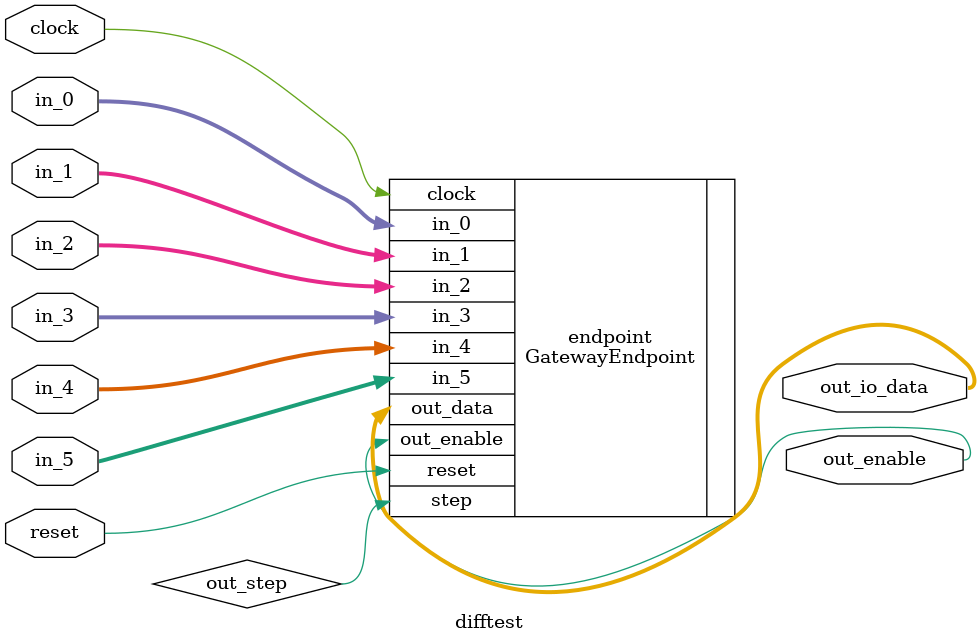
<source format=v>
`timescale 1ns / 1ps

module difftest(
  input            clock,	// difftest/src/main/scala/Gateway.scala:164:7
  input            reset,	// difftest/src/main/scala/Gateway.scala:164:7
   output [4063:0] out_io_data,
  output           out_enable,	// difft
  input  [77:0]   in_5,
  input  [172:0]  in_4,
  input  [233:0]  in_3,
  input  [170:0]  in_2,
  input  [1159:0] in_1,
  input  [2055:0] in_0
    );
    
 GatewayEndpoint endpoint(
   .clock(clock), 
   .reset(reset),
   .out_data(out_io_data),
   .out_enable(out_enable),
   .step(out_step),
   .in_5(in_5),
   .in_4(in_4),
   .in_3(in_3),
   .in_2(in_2),
   .in_1(in_1),
   .in_0(in_0)
 );
endmodule

</source>
